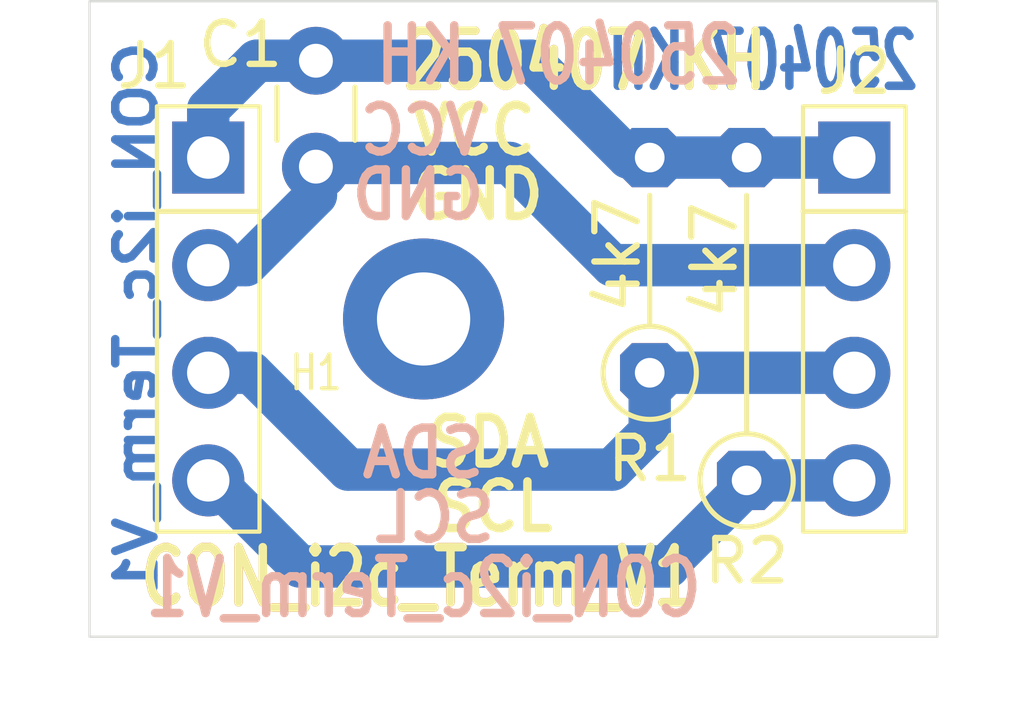
<source format=kicad_pcb>
(kicad_pcb (version 20240108) (generator "pcbnew") (generator_version "8.0")
  (layers (0 "F.Cu" signal) (31 "B.Cu" signal) (34 "B.Paste" user) (35 "F.Paste" user) (36 "B.SilkS" user "B.Silkscreen") (37 "F.SilkS" user "F.Silkscreen") (38 "B.Mask" user) (39 "F.Mask" user) (44 "Edge.Cuts" user))
  (net 0 "")
  (net 1 "/VCC")
  (net 2 "/GND")
  (net 3 "/SDA")
  (net 4 "/SCL")
  (footprint "_kh_library:R_Axial_P7.62_Vertical_kh" (layer "F.Cu") (at 63.5 58.42 90)
    (property "Reference" "R2" (at -1.905 0 180) (layer "F.SilkS"))
    (property "Value" "4k7" (at 5.207 -0.762 90) (layer "F.SilkS"))
    (fp_line (start 6.731 0) (end 1.1 0) (stroke (width 0.12)) (layer "F.SilkS"))
    (fp_circle (center 0 0) (end 1.1 0) (stroke (width 0.12)) (fill none) (layer "F.SilkS"))
    (pad "1" thru_hole roundrect (at 0 0 90) (size 1.4 1.4) (drill 0.7) (layers "*.Cu" "*.Mask") (roundrect_rratio 0) (chamfer_ratio 0.2) (chamfer top_left top_right bottom_left bottom_right) (net 4 "/SCL"))
    (pad "2" thru_hole roundrect (at 7.62 0 90) (size 1.4 1.4) (drill 0.7) (layers "*.Cu" "*.Mask") (roundrect_rratio 0) (chamfer_ratio 0.2) (chamfer top_left top_right bottom_left bottom_right) (net 1 "/VCC"))
  )
  (footprint "_kh_library:MountingHole_2.2mm_M2_Pad_TopBottom_kh" (layer "F.Cu") (at 55.88 54.61)
    (property "Reference" "H1" (at -2.54 1.27 0) (layer "F.SilkS") (effects (font (size 0.8 0.6) (thickness 0.1))))
    (property "Value" "MountingHole")
    (pad "1" thru_hole circle (at 0 0) (size 2.6 2.6) (drill 2.2) (layers "*.Cu" "*.Mask"))
    (pad "1" connect circle (at 0 0) (size 3.8 3.8) (layers "F.Cu" "F.Mask"))
    (pad "1" connect circle (at 0 0) (size 3.8 3.8) (layers "B.Cu" "B.Mask"))
  )
  (footprint "_kh_library:R_Axial_P5.08_Vertical_kh" (layer "F.Cu") (at 61.214 55.88 90)
    (property "Reference" "R1" (at -2.032 0 180) (layer "F.SilkS"))
    (property "Value" "4k7" (at 2.794 -0.762 90) (layer "F.SilkS"))
    (fp_line (start 4.191 0) (end 1.1 0) (stroke (width 0.12)) (layer "F.SilkS"))
    (fp_circle (center 0 0) (end 1.1 0) (stroke (width 0.12)) (fill none) (layer "F.SilkS"))
    (pad "1" thru_hole roundrect (at 0 0 90) (size 1.4 1.4) (drill 0.7) (layers "*.Cu" "*.Mask") (roundrect_rratio 0) (chamfer_ratio 0.2) (chamfer top_left top_right bottom_left bottom_right) (net 3 "/SDA"))
    (pad "2" thru_hole roundrect (at 5.08 0 90) (size 1.4 1.4) (drill 0.7) (layers "*.Cu" "*.Mask") (roundrect_rratio 0) (chamfer_ratio 0.2) (chamfer top_left top_right bottom_left bottom_right) (net 1 "/VCC"))
  )
  (footprint "_kh_library:PinSocket_1x04_P2.54mm_Vertical_kh" (layer "F.Cu") (at 66.04 50.8)
    (property "Reference" "J2" (at 0 -2.032 0) (layer "F.SilkS"))
    (property "Value" "Conn_01x04_Socket")
    (fp_line (start -1.21 1.27) (end 1.21 1.27) (stroke (width 0.12)) (layer "F.SilkS"))
    (fp_rect (start -1.21 -1.21) (end 1.21 8.83) (stroke (width 0.1)) (fill none) (layer "F.SilkS"))
    (pad "1" thru_hole rect (at 0 0) (size 1.7 1.7) (drill 1) (layers "*.Cu" "*.Mask") (net 1 "/VCC"))
    (pad "2" thru_hole oval (at 0 2.54) (size 1.7 1.7) (drill 1) (layers "*.Cu" "*.Mask") (net 2 "/GND"))
    (pad "3" thru_hole oval (at 0 5.08) (size 1.7 1.7) (drill 1) (layers "*.Cu" "*.Mask") (net 3 "/SDA"))
    (pad "4" thru_hole oval (at 0 7.62) (size 1.7 1.7) (drill 1) (layers "*.Cu" "*.Mask") (net 4 "/SCL"))
  )
  (footprint "_kh_library:PinSocket_1x04_P2.54mm_Vertical_kh" (layer "F.Cu") (at 50.8 50.8)
    (property "Reference" "J1" (at -1.27 -2.159 0) (layer "F.SilkS"))
    (property "Value" "Conn_01x04_Pin")
    (fp_line (start -1.21 1.27) (end 1.21 1.27) (stroke (width 0.12)) (layer "F.SilkS"))
    (fp_rect (start -1.21 -1.21) (end 1.21 8.83) (stroke (width 0.1)) (fill none) (layer "F.SilkS"))
    (pad "1" thru_hole rect (at 0 0) (size 1.7 1.7) (drill 1) (layers "*.Cu" "*.Mask") (net 1 "/VCC"))
    (pad "2" thru_hole oval (at 0 2.54) (size 1.7 1.7) (drill 1) (layers "*.Cu" "*.Mask") (net 2 "/GND"))
    (pad "3" thru_hole oval (at 0 5.08) (size 1.7 1.7) (drill 1) (layers "*.Cu" "*.Mask") (net 3 "/SDA"))
    (pad "4" thru_hole oval (at 0 7.62) (size 1.7 1.7) (drill 1) (layers "*.Cu" "*.Mask") (net 4 "/SCL"))
  )
  (footprint "Capacitor_THT:C_Disc_D3.0mm_W1.6mm_P2.50mm" (layer "F.Cu") (at 53.34 48.514 -90)
    (property "Reference" "C1" (at -0.381 1.778 180) (layer "F.SilkS"))
    (property "Value" "100nF")
    (fp_line (start 0.621 0.92) (end 1.879 0.92) (stroke (width 0.12)) (layer "F.SilkS"))
    (fp_line (start 0.621 -0.92) (end 1.879 -0.92) (stroke (width 0.12)) (layer "F.SilkS"))
    (pad "1" thru_hole circle (at 0 0 270) (size 1.6 1.6) (drill 0.8) (layers "*.Cu" "*.Mask") (net 1 "/VCC"))
    (pad "2" thru_hole circle (at 2.5 0 270) (size 1.6 1.6) (drill 0.8) (layers "*.Cu" "*.Mask") (net 2 "/GND"))
  )
  (gr_rect (start 48 47.11) (end 68 62.11) (stroke (width 0.05)) (fill none) (layer "Edge.Cuts"))
  (gr_text "CON_i2c_Term_V1" (at 55.753 60.706 0) (layer "F.Cu") (effects (font (size 1.3 1) (thickness 0.2) (bold yes))))
  (gr_text "250407 KH" (at 59.69 48.514 0) (layer "F.Cu") (effects (font (size 1.3 1) (thickness 0.2) (bold yes))))
  (gr_text "CON_i2c_Term_V1" (at 49.1 54.61 90) (layer "B.Cu") (effects (font (size 0.9 1) (thickness 0.2) (bold yes)) (justify mirror)))
  (gr_text "250407 KH" (at 63.881 48.514 0) (layer "B.Cu") (effects (font (size 1.3 0.85) (thickness 0.2) (bold yes)) (justify mirror)))
  (gr_text "SDA" (at 57.404 58.42 0) (layer "B.SilkS") (effects (font (size 1.1 1) (thickness 0.2) (bold yes)) (justify left bottom mirror)))
  (gr_text "SCL" (at 57.658 59.944 0) (layer "B.SilkS") (effects (font (size 1.1 1) (thickness 0.2) (bold yes)) (justify left bottom mirror)))
  (gr_text "GND" (at 57.404 52.324 0) (layer "B.SilkS") (effects (font (size 1.1 1) (thickness 0.2) (bold yes)) (justify left bottom mirror)))
  (gr_text "250407 KH" (at 59.055 48.387 0) (layer "B.SilkS") (effects (font (size 1.3 1) (thickness 0.2) (bold yes)) (justify mirror)))
  (gr_text "CON_i2c_Term_V1" (at 55.88 60.96 0) (layer "B.SilkS") (effects (font (size 1.3 1) (thickness 0.2) (bold yes)) (justify mirror)))
  (gr_text "VCC" (at 57.404 50.8 0) (layer "B.SilkS") (effects (font (size 1.1 1) (thickness 0.2) (bold yes)) (justify left bottom mirror)))
  (gr_text "SDA" (at 55.88 58.166 0) (layer "F.SilkS") (effects (font (size 1.1 1) (thickness 0.2) (bold yes)) (justify left bottom)))
  (gr_text "SCL" (at 56.007 59.69 0) (layer "F.SilkS") (effects (font (size 1.1 1) (thickness 0.2) (bold yes)) (justify left bottom)))
  (gr_text "VCC" (at 55.499 50.8 0) (layer "F.SilkS") (effects (font (size 1.1 1) (thickness 0.2) (bold yes)) (justify left bottom)))
  (gr_text "CON_i2c_Term_V1" (at 55.753 60.706 0) (layer "F.SilkS") (effects (font (size 1.3 1) (thickness 0.2) (bold yes))))
  (gr_text "GND" (at 55.499 52.324 0) (layer "F.SilkS") (effects (font (size 1.1 1) (thickness 0.2) (bold yes)) (justify left bottom)))
  (gr_text "250407 KH" (at 59.69 48.514 0) (layer "F.SilkS") (effects (font (size 1.3 1) (thickness 0.2) (bold yes))))
  (segment (start 63.627 50.8) (end 66.04 50.8) (width 1) (layer "B.Cu") (net 1))
  (segment (start 50.8 49.657) (end 50.8 50.8) (width 1) (layer "B.Cu") (net 1))
  (segment (start 60.706 50.8) (end 58.42 48.514) (width 1) (layer "B.Cu") (net 1))
  (segment (start 61.214 50.8) (end 63.627 50.8) (width 1) (layer "B.Cu") (net 1))
  (segment (start 51.943 48.514) (end 50.8 49.657) (width 1) (layer "B.Cu") (net 1))
  (segment (start 53.34 48.514) (end 51.943 48.514) (width 1) (layer "B.Cu") (net 1))
  (segment (start 60.96 50.8) (end 60.706 50.8) (width 1) (layer "B.Cu") (net 1))
  (segment (start 58.42 48.514) (end 53.34 48.514) (width 1) (layer "B.Cu") (net 1))
  (segment (start 51.689 53.34) (end 50.8 53.34) (width 1) (layer "B.Cu") (net 2))
  (segment (start 53.34 51.689) (end 51.689 53.34) (width 1) (layer "B.Cu") (net 2))
  (segment (start 60.325 53.34) (end 66.04 53.34) (width 1) (layer "B.Cu") (net 2))
  (segment (start 53.427 50.927) (end 57.912 50.927) (width 1) (layer "B.Cu") (net 2))
  (segment (start 53.34 51.014) (end 53.34 51.689) (width 1) (layer "B.Cu") (net 2))
  (segment (start 57.912 50.927) (end 60.325 53.34) (width 1) (layer "B.Cu") (net 2))
  (segment (start 61.214 57.277) (end 61.214 55.88) (width 1) (layer "B.Cu") (net 3))
  (segment (start 54.102 58.166) (end 60.325 58.166) (width 1) (layer "B.Cu") (net 3))
  (segment (start 50.8 55.88) (end 51.816 55.88) (width 1) (layer "B.Cu") (net 3))
  (segment (start 60.325 58.166) (end 61.214 57.277) (width 1) (layer "B.Cu") (net 3))
  (segment (start 61.214 55.88) (end 66.04 55.88) (width 1) (layer "B.Cu") (net 3))
  (segment (start 51.816 55.88) (end 54.102 58.166) (width 1) (layer "B.Cu") (net 3))
  (segment (start 61.6585 60.452) (end 61.6585 60.3885) (width 1) (layer "B.Cu") (net 4))
  (segment (start 52.959 60.452) (end 61.6585 60.452) (width 1) (layer "B.Cu") (net 4))
  (segment (start 61.6585 60.3885) (end 63.627 58.42) (width 1) (layer "B.Cu") (net 4))
  (segment (start 63.627 58.42) (end 66.04 58.42) (width 1) (layer "B.Cu") (net 4))
  (segment (start 50.927 58.42) (end 52.959 60.452) (width 1) (layer "B.Cu") (net 4))
)
</source>
